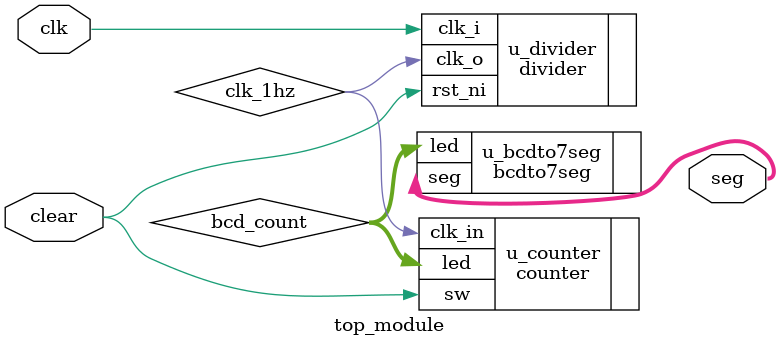
<source format=v>
module top_module(
    input clk,
    input clear,
    output [6:0] seg
);

wire clk_1hz;
wire [3:0] bcd_count;

divider u_divider (
    .rst_ni(clear),
    .clk_i(clk),
    .clk_o(clk_1hz)
);

counter u_counter (
    .clk_in(clk_1hz),
    .sw(clear),
    .led(bcd_count)
);

bcdto7seg u_bcdto7seg (
    .led(bcd_count),
    .seg(seg)
);

endmodule

</source>
